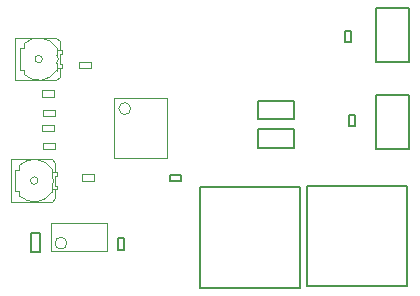
<source format=gbr>
G04*
G04 #@! TF.GenerationSoftware,Altium Limited,Altium Designer,23.3.1 (30)*
G04*
G04 Layer_Color=16711935*
%FSLAX44Y44*%
%MOMM*%
G71*
G04*
G04 #@! TF.SameCoordinates,C21C2CC1-9CAE-44D3-A5A2-357AACA34620*
G04*
G04*
G04 #@! TF.FilePolarity,Positive*
G04*
G01*
G75*
%ADD11C,0.2000*%
%ADD43C,0.1000*%
D11*
X1232580Y616630D02*
Y701630D01*
X1317580D01*
Y616630D02*
Y701630D01*
X1232580Y616630D02*
X1317580D01*
X1142410Y615360D02*
Y700360D01*
X1227410D01*
Y615360D02*
Y700360D01*
X1142410Y615360D02*
X1227410D01*
X1007300Y646050D02*
Y662050D01*
X999300Y646050D02*
X1007300D01*
X999300D02*
Y662050D01*
X1007300D01*
X1078190Y647366D02*
Y657366D01*
X1073190Y647366D02*
X1078190D01*
X1073190D02*
Y657366D01*
X1078190D01*
X1116704Y706160D02*
Y711160D01*
Y706160D02*
X1126704D01*
Y711160D01*
X1116704D02*
X1126704D01*
X1191250Y733930D02*
Y749430D01*
Y733930D02*
X1221750D01*
Y749430D01*
X1191250D02*
X1221750D01*
X1191250Y758060D02*
Y773560D01*
Y758060D02*
X1221750D01*
Y773560D01*
X1191250D02*
X1221750D01*
X1319510Y806310D02*
Y852310D01*
X1291610Y806310D02*
X1319510D01*
X1291610D02*
Y852310D01*
X1319510D01*
X1269960Y823040D02*
Y833040D01*
X1264960Y823040D02*
X1269960D01*
X1264960D02*
Y833040D01*
X1269960D01*
X1319510Y732650D02*
Y778650D01*
X1291610Y732650D02*
X1319510D01*
X1291610D02*
Y778650D01*
X1319510D01*
X1273770Y751920D02*
Y761920D01*
X1268770Y751920D02*
X1273770D01*
X1268770D02*
Y761920D01*
X1273770D01*
D43*
X989530Y693168D02*
G03*
X1017178Y696397I12500J12952D01*
G01*
Y702597D02*
G03*
X1017178Y709643I-3548J3523D01*
G01*
X1002030Y702945D02*
G03*
X1002030Y709295I0J3175D01*
G01*
D02*
G03*
X1002030Y702945I0J-3175D01*
G01*
X1017178Y715843D02*
G03*
X989530Y719072I-15148J-9723D01*
G01*
X1029620Y653075D02*
G03*
X1029620Y653075I-5000J0D01*
G01*
X993340Y796038D02*
G03*
X1020988Y799267I12500J12952D01*
G01*
Y805467D02*
G03*
X1020988Y812513I-3548J3523D01*
G01*
X1005840Y805815D02*
G03*
X1005840Y812165I0J3175D01*
G01*
D02*
G03*
X1005840Y805815I0J-3175D01*
G01*
X1020988Y818713D02*
G03*
X993340Y821942I-15148J-9723D01*
G01*
X1083700Y767070D02*
G03*
X1083700Y767070I-5000J0D01*
G01*
X1020030Y713620D02*
Y721120D01*
Y691120D02*
Y698620D01*
X1017030Y688120D02*
X1020030Y691120D01*
X1017178Y698820D02*
X1021530D01*
X986030Y715072D02*
X989530D01*
X986030Y697168D02*
Y715072D01*
X1017178Y696397D02*
Y702597D01*
X1020030Y701920D02*
Y710320D01*
X982030Y688120D02*
X1017030D01*
X1021530Y698820D02*
Y701870D01*
X1017178Y713420D02*
X1021530D01*
X1020030Y701870D02*
X1021530D01*
X1017030Y724120D02*
X1020030Y721120D01*
X989530Y693168D02*
Y697168D01*
X986030D02*
X989530D01*
X1021530Y710370D02*
Y713420D01*
X1020030Y710370D02*
X1021530D01*
X989530Y715072D02*
Y719072D01*
X1017178Y709643D02*
Y715843D01*
X982030Y688120D02*
Y724120D01*
X982030Y724120D02*
X1017030D01*
X1016240Y646075D02*
X1063370D01*
X1016240Y669850D02*
X1063370D01*
X1016240Y646075D02*
Y669850D01*
X1063370Y646075D02*
Y669850D01*
X1023840Y816490D02*
Y823990D01*
Y793990D02*
Y801490D01*
X1020840Y790990D02*
X1023840Y793990D01*
X1020988Y801690D02*
X1025340D01*
X989840Y817942D02*
X993340D01*
X989840Y800038D02*
Y817942D01*
X1020988Y799267D02*
Y805467D01*
X1023840Y804790D02*
Y813190D01*
X985840Y790990D02*
X1020840D01*
X1025340Y801690D02*
Y804740D01*
X1020988Y816290D02*
X1025340D01*
X1023840Y804740D02*
X1025340D01*
X1020840Y826990D02*
X1023840Y823990D01*
X993340Y796038D02*
Y800038D01*
X989840D02*
X993340D01*
X1025340Y813240D02*
Y816290D01*
X1023840Y813240D02*
X1025340D01*
X993340Y817942D02*
Y821942D01*
X1020988Y812513D02*
Y818713D01*
X985840Y790990D02*
Y826990D01*
X985840Y826990D02*
X1020840D01*
X1069700Y725070D02*
Y776070D01*
X1114700Y725070D02*
Y776070D01*
X1069700D02*
X1114700D01*
X1069700Y725070D02*
X1114700D01*
X1009480Y732580D02*
Y738080D01*
X1019980Y732580D02*
Y738080D01*
X1009480D02*
X1019980D01*
X1009480Y732580D02*
X1019980D01*
X1008210Y747820D02*
Y753320D01*
X1018710Y747820D02*
Y753320D01*
X1008210D02*
X1018710D01*
X1008210Y747820D02*
X1018710D01*
X1039630Y806660D02*
X1050130D01*
X1039630Y801160D02*
X1050130D01*
X1039630D02*
Y806660D01*
X1050130Y801160D02*
Y806660D01*
X1042500Y711410D02*
X1053000D01*
X1042500Y705910D02*
X1053000D01*
X1042500D02*
Y711410D01*
X1053000Y705910D02*
Y711410D01*
X1008210Y777030D02*
Y782530D01*
X1018710Y777030D02*
Y782530D01*
X1008210D02*
X1018710D01*
X1008210Y777030D02*
X1018710D01*
X1009480Y760520D02*
Y766020D01*
X1019980Y760520D02*
Y766020D01*
X1009480D02*
X1019980D01*
X1009480Y760520D02*
X1019980D01*
M02*

</source>
